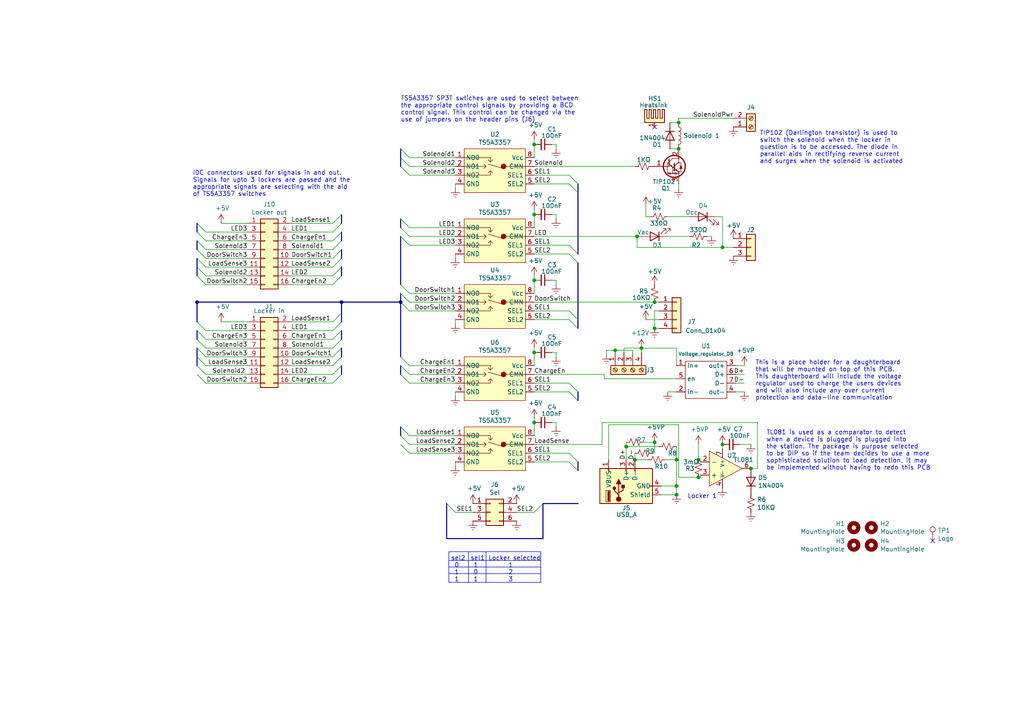
<source format=kicad_sch>
(kicad_sch (version 20200512) (host eeschema "(5.99.0-1662-g9db296991)")
  (page 1 1)
  (paper "A4")
  (title_block (title "Locker DaughterBoard") (date "2020-05-18") (rev "4.0") (company "SlugCharge") (comment 1 "Designer: Aditya Sehgal"))
  (lib_symbols
    (symbol "Connector:Screw_Terminal_01x02" (pin_names hide)
      (property "Reference" "J" (at 0 2.54 0))
      (property "Value" "Screw_Terminal_01x02" (at 0 -5.08 0))
      (symbol "Screw_Terminal_01x02_1_1"
        (pin passive line (at -5.08 0 0) (length 3.81) (name "Pin_1") (number "1"))
        (pin passive line (at -5.08 -2.54 0) (length 3.81) (name "Pin_2") (number "2"))
      )
    )
    (symbol "Connector:Screw_Terminal_01x04" (pin_names hide)
      (property "Reference" "J" (at 0 5.08 0))
      (property "Value" "Screw_Terminal_01x04" (at 0 -7.62 0))
      (symbol "Screw_Terminal_01x04_1_1"
        (pin passive line (at -5.08 2.54 0) (length 3.81) (name "Pin_1") (number "1"))
        (pin passive line (at -5.08 0 0) (length 3.81) (name "Pin_2") (number "2"))
        (pin passive line (at -5.08 -2.54 0) (length 3.81) (name "Pin_3") (number "3"))
        (pin passive line (at -5.08 -5.08 0) (length 3.81) (name "Pin_4") (number "4"))
      )
    )
    (symbol "Connector:TestPoint" (pin_numbers hide) (pin_names (offset 0.762) hide)
      (property "Reference" "TP" (at 0 6.858 0))
      (property "Value" "TestPoint" (at 0 5.08 0))
      (symbol "TestPoint_1_1"
        (pin passive line (at 0 0 90) (length 2.54) (name "1") (number "1"))
      )
    )
    (symbol "Connector:USB_A"
      (property "Reference" "J" (at -5.08 11.43 0))
      (property "Value" "USB_A" (at -5.08 8.89 0))
      (symbol "USB_A_1_1"
        (pin power_in line (at 7.62 5.08 180) (length 2.54) (name "VBUS") (number "1"))
        (pin passive line (at 7.62 -2.54 180) (length 2.54) (name "D-") (number "2"))
        (pin passive line (at 7.62 0 180) (length 2.54) (name "D+") (number "3"))
        (pin power_in line (at 0 -10.16 90) (length 2.54) (name "GND") (number "4"))
        (pin passive line (at -2.54 -10.16 90) (length 2.54) (name "Shield") (number "5"))
      )
    )
    (symbol "Connector_Generic:Conn_01x03" (pin_names hide)
      (property "Reference" "J" (at 0 5.08 0))
      (property "Value" "Conn_01x03" (at 0 -5.08 0))
      (symbol "Conn_01x03_1_1"
        (pin passive line (at -5.08 2.54 0) (length 3.81) (name "Pin_1") (number "1"))
        (pin passive line (at -5.08 0 0) (length 3.81) (name "Pin_2") (number "2"))
        (pin passive line (at -5.08 -2.54 0) (length 3.81) (name "Pin_3") (number "3"))
      )
    )
    (symbol "Connector_Generic:Conn_01x04" (pin_names hide)
      (property "Reference" "J" (at 0 5.08 0))
      (property "Value" "Conn_01x04" (at 0 -7.62 0))
      (symbol "Conn_01x04_1_1"
        (pin passive line (at -5.08 2.54 0) (length 3.81) (name "Pin_1") (number "1"))
        (pin passive line (at -5.08 0 0) (length 3.81) (name "Pin_2") (number "2"))
        (pin passive line (at -5.08 -2.54 0) (length 3.81) (name "Pin_3") (number "3"))
        (pin passive line (at -5.08 -5.08 0) (length 3.81) (name "Pin_4") (number "4"))
      )
    )
    (symbol "Connector_Generic:Conn_02x03_Odd_Even" (pin_names hide)
      (property "Reference" "J" (at 1.27 5.08 0))
      (property "Value" "Conn_02x03_Odd_Even" (at 1.27 -5.08 0))
      (symbol "Conn_02x03_Odd_Even_1_1"
        (pin passive line (at -5.08 2.54 0) (length 3.81) (name "Pin_1") (number "1"))
        (pin passive line (at 7.62 2.54 180) (length 3.81) (name "Pin_2") (number "2"))
        (pin passive line (at -5.08 0 0) (length 3.81) (name "Pin_3") (number "3"))
        (pin passive line (at 7.62 0 180) (length 3.81) (name "Pin_4") (number "4"))
        (pin passive line (at -5.08 -2.54 0) (length 3.81) (name "Pin_5") (number "5"))
        (pin passive line (at 7.62 -2.54 180) (length 3.81) (name "Pin_6") (number "6"))
      )
    )
    (symbol "Connector_Generic:Conn_02x08_Odd_Even" (pin_names hide)
      (property "Reference" "J" (at 1.27 10.16 0))
      (property "Value" "Conn_02x08_Odd_Even" (at 1.27 -12.7 0))
      (symbol "Conn_02x08_Odd_Even_1_1"
        (pin passive line (at -5.08 7.62 0) (length 3.81) (name "Pin_1") (number "1"))
        (pin passive line (at 7.62 -2.54 180) (length 3.81) (name "Pin_10") (number "10"))
        (pin passive line (at -5.08 -5.08 0) (length 3.81) (name "Pin_11") (number "11"))
        (pin passive line (at 7.62 -5.08 180) (length 3.81) (name "Pin_12") (number "12"))
        (pin passive line (at -5.08 -7.62 0) (length 3.81) (name "Pin_13") (number "13"))
        (pin passive line (at 7.62 -7.62 180) (length 3.81) (name "Pin_14") (number "14"))
        (pin passive line (at -5.08 -10.16 0) (length 3.81) (name "Pin_15") (number "15"))
        (pin passive line (at 7.62 -10.16 180) (length 3.81) (name "Pin_16") (number "16"))
        (pin passive line (at 7.62 7.62 180) (length 3.81) (name "Pin_2") (number "2"))
        (pin passive line (at -5.08 5.08 0) (length 3.81) (name "Pin_3") (number "3"))
        (pin passive line (at 7.62 5.08 180) (length 3.81) (name "Pin_4") (number "4"))
        (pin passive line (at -5.08 2.54 0) (length 3.81) (name "Pin_5") (number "5"))
        (pin passive line (at 7.62 2.54 180) (length 3.81) (name "Pin_6") (number "6"))
        (pin passive line (at -5.08 0 0) (length 3.81) (name "Pin_7") (number "7"))
        (pin passive line (at 7.62 0 180) (length 3.81) (name "Pin_8") (number "8"))
        (pin passive line (at -5.08 -2.54 0) (length 3.81) (name "Pin_9") (number "9"))
      )
    )
    (symbol "Custom_Symbols:TL081"
      (property "Reference" "U" (at -12.065 12.065 0))
      (property "Value" "TL081" (at -12.065 12.065 0))
      (symbol "TL081_1_1"
        (pin input line (at -2.54 5.715 0) (length 2.54) (name "-") (number "2"))
        (pin input line (at -2.54 1.905 0) (length 2.54) (name "+") (number "3"))
        (pin input line (at 3.81 -1.905 90) (length 2.54) (name "V-") (number "4"))
        (pin input line (at 12.065 3.81 180) (length 2.54) (name "~") (number "6"))
        (pin input line (at 3.81 9.525 270) (length 2.54) (name "V+") (number "7"))
      )
    )
    (symbol "Custom_Symbols:TS5A3357"
      (property "Reference" "U" (at 8.89 11.43 0))
      (property "Value" "TS5A3357" (at 8.89 13.335 0))
      (symbol "TS5A3357_1_1"
        (pin bidirectional line (at -2.54 10.16 0) (length 2.54) (name "NO0") (number "1"))
        (pin bidirectional line (at -2.54 7.62 0) (length 2.54) (name "NO1") (number "2"))
        (pin bidirectional line (at -2.54 5.08 0) (length 2.54) (name "NO2") (number "3"))
        (pin passive line (at -2.54 2.54 0) (length 2.54) (name "GND") (number "4"))
        (pin input line (at 20.32 2.54 180) (length 2.54) (name "SEL2") (number "5"))
        (pin input line (at 20.32 5.08 180) (length 2.54) (name "SEL1") (number "6"))
        (pin bidirectional line (at 20.32 7.62 180) (length 2.54) (name "CMN") (number "7"))
        (pin passive line (at 20.32 10.16 180) (length 2.54) (name "Vcc") (number "8"))
      )
    )
    (symbol "Custom_Symbols_new:Voltage_regulator_DB"
      (property "Reference" "U" (at 5.08 5.08 0))
      (property "Value" "Voltage_regulator_DB" (at 6.35 11.43 0))
      (symbol "Voltage_regulator_DB_1_1"
        (pin power_in line (at -2.54 9.525 0) (length 2.54) (name "in+") (number "1"))
        (pin power_in line (at -2.54 1.905 0) (length 2.54) (name "in-") (number "2"))
        (pin power_in line (at 14.605 9.525 180) (length 2.54) (name "out+") (number "3"))
        (pin power_in line (at 14.605 1.905 180) (length 2.54) (name "out-") (number "4"))
        (pin input line (at -2.54 5.715 0) (length 2.54) (name "en") (number "5"))
        (pin input line (at 14.605 6.985 180) (length 2.54) (name "D+") (number "6"))
        (pin input line (at 14.605 4.445 180) (length 2.54) (name "D-") (number "7"))
      )
    )
    (symbol "Device:C_Small" (pin_numbers hide) (pin_names (offset 0.254) hide)
      (property "Reference" "C" (at 0.254 1.778 0))
      (property "Value" "C_Small" (at 0.254 -2.032 0))
      (symbol "C_Small_1_1"
        (pin passive line (at 0 2.54 270) (length 2.032) (name "~") (number "1"))
        (pin passive line (at 0 -2.54 90) (length 2.032) (name "~") (number "2"))
      )
    )
    (symbol "Device:C_Small_1" (pin_numbers hide) (pin_names (offset 0.254) hide)
      (property "Reference" "C" (at 0.254 1.778 0))
      (property "Value" "C_Small" (at 0.254 -2.032 0))
      (symbol "C_Small_1_1_1"
        (pin passive line (at 0 2.54 270) (length 2.032) (name "~") (number "1"))
        (pin passive line (at 0 -2.54 90) (length 2.032) (name "~") (number "2"))
      )
    )
    (symbol "Device:C_Small_2" (pin_numbers hide) (pin_names (offset 0.254) hide)
      (property "Reference" "C" (at 0.254 1.778 0))
      (property "Value" "C_Small" (at 0.254 -2.032 0))
      (symbol "C_Small_2_1_1"
        (pin passive line (at 0 2.54 270) (length 2.032) (name "~") (number "1"))
        (pin passive line (at 0 -2.54 90) (length 2.032) (name "~") (number "2"))
      )
    )
    (symbol "Device:C_Small_3" (pin_numbers hide) (pin_names (offset 0.254) hide)
      (property "Reference" "C" (at 0.254 1.778 0))
      (property "Value" "C_Small" (at 0.254 -2.032 0))
      (symbol "C_Small_3_1_1"
        (pin passive line (at 0 2.54 270) (length 2.032) (name "~") (number "1"))
        (pin passive line (at 0 -2.54 90) (length 2.032) (name "~") (number "2"))
      )
    )
    (symbol "Device:C_Small_4" (pin_numbers hide) (pin_names (offset 0.254) hide)
      (property "Reference" "C" (at 0.254 1.778 0))
      (property "Value" "C_Small" (at 0.254 -2.032 0))
      (symbol "C_Small_4_1_1"
        (pin passive line (at 0 2.54 270) (length 2.032) (name "~") (number "1"))
        (pin passive line (at 0 -2.54 90) (length 2.032) (name "~") (number "2"))
      )
    )
    (symbol "Device:C_Small_5" (pin_numbers hide) (pin_names (offset 0.254) hide)
      (property "Reference" "C" (at 0.254 1.778 0))
      (property "Value" "C_Small" (at 0.254 -2.032 0))
      (symbol "C_Small_5_1_1"
        (pin passive line (at 0 2.54 270) (length 2.032) (name "~") (number "1"))
        (pin passive line (at 0 -2.54 90) (length 2.032) (name "~") (number "2"))
      )
    )
    (symbol "Device:D" (pin_numbers hide) (pin_names hide)
      (property "Reference" "D" (at 0 2.54 0))
      (property "Value" "D" (at 0 -2.54 0))
      (symbol "D_1_1"
        (pin passive line (at -3.81 0 0) (length 2.54) (name "K") (number "1"))
        (pin passive line (at 3.81 0 180) (length 2.54) (name "A") (number "2"))
      )
    )
    (symbol "Device:L" (pin_numbers hide) (pin_names hide)
      (property "Reference" "L" (at -1.27 0 90))
      (property "Value" "L" (at 1.905 0 90))
      (symbol "L_1_1"
        (pin passive line (at 0 3.81 270) (length 1.27) (name "1") (number "1"))
        (pin passive line (at 0 -3.81 90) (length 1.27) (name "2") (number "2"))
      )
    )
    (symbol "Device:LED" (pin_numbers hide) (pin_names hide)
      (property "Reference" "D" (at 0 2.54 0))
      (property "Value" "LED" (at 0 -2.54 0))
      (symbol "LED_1_1"
        (pin passive line (at -3.81 0 0) (length 2.54) (name "K") (number "1"))
        (pin passive line (at 3.81 0 180) (length 2.54) (name "A") (number "2"))
      )
    )
    (symbol "Device:LED_1" (pin_numbers hide) (pin_names hide)
      (property "Reference" "D" (at 0 2.54 0))
      (property "Value" "LED" (at 0 -2.54 0))
      (symbol "LED_1_1_1"
        (pin passive line (at -3.81 0 0) (length 2.54) (name "K") (number "1"))
        (pin passive line (at 3.81 0 180) (length 2.54) (name "A") (number "2"))
      )
    )
    (symbol "Device:R_Small_US" (pin_numbers hide) (pin_names (offset 0.254) hide)
      (property "Reference" "R" (at 0.762 0.508 0))
      (property "Value" "R_Small_US" (at 0.762 -1.016 0))
      (symbol "R_Small_US_1_1"
        (pin passive line (at 0 2.54 270) (length 1.016) (name "~") (number "1"))
        (pin passive line (at 0 -2.54 90) (length 1.016) (name "~") (number "2"))
      )
    )
    (symbol "Device:R_Small_US_1" (pin_numbers hide) (pin_names (offset 0.254) hide)
      (property "Reference" "R" (at 0.762 0.508 0))
      (property "Value" "R_Small_US" (at 0.762 -1.016 0))
      (symbol "R_Small_US_1_1_1"
        (pin passive line (at 0 2.54 270) (length 1.016) (name "~") (number "1"))
        (pin passive line (at 0 -2.54 90) (length 1.016) (name "~") (number "2"))
      )
    )
    (symbol "Device:R_Small_US_2" (pin_numbers hide) (pin_names (offset 0.254) hide)
      (property "Reference" "R" (at 0.762 0.508 0))
      (property "Value" "R_Small_US" (at 0.762 -1.016 0))
      (symbol "R_Small_US_2_1_1"
        (pin passive line (at 0 2.54 270) (length 1.016) (name "~") (number "1"))
        (pin passive line (at 0 -2.54 90) (length 1.016) (name "~") (number "2"))
      )
    )
    (symbol "Device:R_Small_US_3" (pin_numbers hide) (pin_names (offset 0.254) hide)
      (property "Reference" "R" (at 0.762 0.508 0))
      (property "Value" "R_Small_US" (at 0.762 -1.016 0))
      (symbol "R_Small_US_3_1_1"
        (pin passive line (at 0 2.54 270) (length 1.016) (name "~") (number "1"))
        (pin passive line (at 0 -2.54 90) (length 1.016) (name "~") (number "2"))
      )
    )
    (symbol "Diode:1N4004" (pin_numbers hide) (pin_names hide)
      (property "Reference" "D" (at 0 2.54 0))
      (property "Value" "1N4004" (at 0 -2.54 0))
      (symbol "1N4004_1_1"
        (pin passive line (at -3.81 0 0) (length 2.54) (name "K") (number "1"))
        (pin passive line (at 3.81 0 180) (length 2.54) (name "A") (number "2"))
      )
    )
    (symbol "Mechanical:Heatsink_Pad" (pin_names (offset 0))
      (property "Reference" "HS" (at 0 5.715 0))
      (property "Value" "Heatsink_Pad" (at 0 3.81 0))
      (symbol "Heatsink_Pad_1_1"
        (pin passive line (at 0 -2.54 90) (length 1.27) (name "~") (number "1"))
      )
    )
    (symbol "Mechanical:MountingHole"
      (property "Reference" "H" (at 0 5.08 0))
      (property "Value" "MountingHole" (at 0 3.175 0))
    )
    (symbol "Transistor_BJT:TIP120" (pin_names (offset 0) hide)
      (property "Reference" "Q" (at 5.08 1.905 0))
      (property "Value" "TIP120" (at 5.08 0 0))
      (symbol "TIP120_1_1"
        (pin input line (at -5.08 0 0) (length 3.81) (name "B") (number "1"))
        (pin passive line (at 2.54 5.08 270) (length 2.667) (name "C") (number "2"))
        (pin passive line (at 2.54 -5.08 90) (length 2.54) (name "E") (number "3"))
      )
    )
    (symbol "power:+12V" (power) (pin_names (offset 0))
      (property "Value" "+12V" (at 0 3.556 0))
      (symbol "+12V_1_1"
        (pin power_in line (at 0 0 90) (length 0) (name "+12V") (number "1") hide)
      )
    )
    (symbol "power:+5V" (power) (pin_names (offset 0))
      (property "Value" "+5V" (at 0 3.556 0))
      (symbol "+5V_1_1"
        (pin power_in line (at 0 0 90) (length 0) (name "+5V") (number "1") hide)
      )
    )
    (symbol "power:+5VP" (power) (pin_names (offset 0))
      (property "Value" "+5VP" (at 0 3.556 0))
      (symbol "+5VP_1_1"
        (pin power_in line (at 0 0 90) (length 0) (name "+5VP") (number "1") hide)
      )
    )
    (symbol "power:GNDREF" (power) (pin_names (offset 0))
      (property "Value" "GNDREF" (at 0 -3.81 0))
      (symbol "GNDREF_1_1"
        (pin power_in line (at 0 0 270) (length 0) (name "GNDREF") (number "1") hide)
      )
    )
  )
  (junction (at 154.94 41.91))
  (junction (at 154.94 62.23))
  (junction (at 154.94 81.28))
  (junction (at 154.94 102.235))
  (junction (at 154.94 122.555))
  (junction (at 178.435 101.6))
  (junction (at 181.61 129.54))
  (junction (at 184.15 133.35))
  (junction (at 184.785 68.58))
  (junction (at 186.055 100.965))
  (junction (at 189.865 87.63))
  (junction (at 189.865 95.25))
  (junction (at 189.865 128.27))
  (junction (at 196.215 133.35))
  (junction (at 196.215 140.97))
  (junction (at 196.215 143.51))
  (junction (at 196.85 35.56))
  (junction (at 196.85 43.18))
  (junction (at 202.565 133.35))
  (junction (at 202.565 138.43))
  (junction (at 209.55 71.755))
  (junction (at 209.55 128.905))
  (junction (at 217.805 135.89))
  (junction (at 57.15 87.63))
  (junction (at 99.06 87.63))
  (junction (at 116.205 87.63))
  (no_connect (at 270.51 156.845))
  (no_connect (at 189.865 36.83))
  (bus_entry (at 59.69 67.31) (size -2.54 -2.54))
  (bus_entry (at 59.69 69.85) (size -2.54 -2.54))
  (bus_entry (at 59.69 72.39) (size -2.54 -2.54))
  (bus_entry (at 59.69 74.93) (size -2.54 -2.54))
  (bus_entry (at 59.69 77.47) (size -2.54 -2.54))
  (bus_entry (at 59.69 80.01) (size -2.54 -2.54))
  (bus_entry (at 59.69 82.55) (size -2.54 -2.54))
  (bus_entry (at 59.69 95.885) (size -2.54 -2.54))
  (bus_entry (at 59.69 98.425) (size -2.54 -2.54))
  (bus_entry (at 59.69 100.965) (size -2.54 -2.54))
  (bus_entry (at 59.69 103.505) (size -2.54 -2.54))
  (bus_entry (at 59.69 106.045) (size -2.54 -2.54))
  (bus_entry (at 59.69 108.585) (size -2.54 -2.54))
  (bus_entry (at 59.69 111.125) (size -2.54 -2.54))
  (bus_entry (at 96.52 64.77) (size 2.54 -2.54))
  (bus_entry (at 96.52 67.31) (size 2.54 -2.54))
  (bus_entry (at 96.52 69.85) (size 2.54 -2.54))
  (bus_entry (at 96.52 72.39) (size 2.54 -2.54))
  (bus_entry (at 96.52 74.93) (size 2.54 -2.54))
  (bus_entry (at 96.52 77.47) (size 2.54 -2.54))
  (bus_entry (at 96.52 80.01) (size 2.54 -2.54))
  (bus_entry (at 96.52 82.55) (size 2.54 -2.54))
  (bus_entry (at 96.52 93.345) (size 2.54 -2.54))
  (bus_entry (at 96.52 95.885) (size 2.54 -2.54))
  (bus_entry (at 96.52 98.425) (size 2.54 -2.54))
  (bus_entry (at 96.52 100.965) (size 2.54 -2.54))
  (bus_entry (at 96.52 103.505) (size 2.54 -2.54))
  (bus_entry (at 96.52 106.045) (size 2.54 -2.54))
  (bus_entry (at 96.52 108.585) (size 2.54 -2.54))
  (bus_entry (at 96.52 111.125) (size 2.54 -2.54))
  (bus_entry (at 118.745 45.72) (size -2.54 -2.54))
  (bus_entry (at 118.745 48.26) (size -2.54 -2.54))
  (bus_entry (at 118.745 50.8) (size -2.54 -2.54))
  (bus_entry (at 118.745 66.04) (size -2.54 -2.54))
  (bus_entry (at 118.745 68.58) (size -2.54 -2.54))
  (bus_entry (at 118.745 71.12) (size -2.54 -2.54))
  (bus_entry (at 118.745 85.09) (size -2.54 -2.54))
  (bus_entry (at 118.745 87.63) (size -2.54 -2.54))
  (bus_entry (at 118.745 90.17) (size -2.54 -2.54))
  (bus_entry (at 118.745 106.045) (size -2.54 -2.54))
  (bus_entry (at 118.745 108.585) (size -2.54 -2.54))
  (bus_entry (at 118.745 111.125) (size -2.54 -2.54))
  (bus_entry (at 118.745 126.365) (size -2.54 -2.54))
  (bus_entry (at 118.745 128.905) (size -2.54 -2.54))
  (bus_entry (at 118.745 131.445) (size -2.54 -2.54))
  (bus_entry (at 132.08 148.59) (size -2.54 -2.54))
  (bus_entry (at 154.94 148.59) (size 2.54 -2.54))
  (bus_entry (at 165.1 50.8) (size 2.54 2.54))
  (bus_entry (at 165.1 53.34) (size 2.54 2.54))
  (bus_entry (at 165.1 71.12) (size 2.54 2.54))
  (bus_entry (at 165.1 73.66) (size 2.54 2.54))
  (bus_entry (at 165.1 90.17) (size 2.54 2.54))
  (bus_entry (at 165.1 92.71) (size 2.54 2.54))
  (bus_entry (at 165.1 111.125) (size 2.54 2.54))
  (bus_entry (at 165.1 113.665) (size 2.54 2.54))
  (bus_entry (at 165.1 131.445) (size 2.54 2.54))
  (bus_entry (at 165.1 133.985) (size 2.54 2.54))
  (wire (pts (xy 59.69 69.85) (xy 71.755 69.85)))
  (wire (pts (xy 59.69 72.39) (xy 71.755 72.39)))
  (wire (pts (xy 59.69 74.93) (xy 71.755 74.93)))
  (wire (pts (xy 59.69 77.47) (xy 71.755 77.47)))
  (wire (pts (xy 59.69 80.01) (xy 71.755 80.01)))
  (wire (pts (xy 59.69 82.55) (xy 71.755 82.55)))
  (wire (pts (xy 59.69 98.425) (xy 71.755 98.425)))
  (wire (pts (xy 59.69 100.965) (xy 71.755 100.965)))
  (wire (pts (xy 59.69 103.505) (xy 71.755 103.505)))
  (wire (pts (xy 59.69 106.045) (xy 71.755 106.045)))
  (wire (pts (xy 59.69 108.585) (xy 71.755 108.585)))
  (wire (pts (xy 59.69 111.125) (xy 71.755 111.125)))
  (wire (pts (xy 64.135 64.77) (xy 71.755 64.77)))
  (wire (pts (xy 64.135 93.345) (xy 71.755 93.345)))
  (wire (pts (xy 71.755 67.31) (xy 59.69 67.31)))
  (wire (pts (xy 71.755 95.885) (xy 59.69 95.885)))
  (wire (pts (xy 84.455 64.77) (xy 96.52 64.77)))
  (wire (pts (xy 84.455 67.31) (xy 96.52 67.31)))
  (wire (pts (xy 84.455 69.85) (xy 96.52 69.85)))
  (wire (pts (xy 84.455 72.39) (xy 96.52 72.39)))
  (wire (pts (xy 84.455 74.93) (xy 96.52 74.93)))
  (wire (pts (xy 84.455 77.47) (xy 96.52 77.47)))
  (wire (pts (xy 84.455 80.01) (xy 96.52 80.01)))
  (wire (pts (xy 84.455 82.55) (xy 96.52 82.55)))
  (wire (pts (xy 84.455 93.345) (xy 96.52 93.345)))
  (wire (pts (xy 84.455 95.885) (xy 96.52 95.885)))
  (wire (pts (xy 84.455 98.425) (xy 96.52 98.425)))
  (wire (pts (xy 84.455 100.965) (xy 96.52 100.965)))
  (wire (pts (xy 84.455 103.505) (xy 96.52 103.505)))
  (wire (pts (xy 84.455 106.045) (xy 96.52 106.045)))
  (wire (pts (xy 84.455 108.585) (xy 96.52 108.585)))
  (wire (pts (xy 84.455 111.125) (xy 96.52 111.125)))
  (wire (pts (xy 118.745 45.72) (xy 132.08 45.72)))
  (wire (pts (xy 118.745 48.26) (xy 132.08 48.26)))
  (wire (pts (xy 118.745 50.8) (xy 132.08 50.8)))
  (wire (pts (xy 118.745 66.04) (xy 132.08 66.04)))
  (wire (pts (xy 118.745 68.58) (xy 132.08 68.58)))
  (wire (pts (xy 118.745 71.12) (xy 132.08 71.12)))
  (wire (pts (xy 118.745 85.09) (xy 132.08 85.09)))
  (wire (pts (xy 118.745 87.63) (xy 132.08 87.63)))
  (wire (pts (xy 118.745 90.17) (xy 132.08 90.17)))
  (wire (pts (xy 118.745 106.045) (xy 132.08 106.045)))
  (wire (pts (xy 118.745 108.585) (xy 132.08 108.585)))
  (wire (pts (xy 118.745 111.125) (xy 132.08 111.125)))
  (wire (pts (xy 118.745 126.365) (xy 132.08 126.365)))
  (wire (pts (xy 118.745 128.905) (xy 132.08 128.905)))
  (wire (pts (xy 118.745 131.445) (xy 132.08 131.445)))
  (wire (pts (xy 132.08 53.34) (xy 132.08 54.61)))
  (wire (pts (xy 132.08 73.66) (xy 132.08 74.93)))
  (wire (pts (xy 132.08 92.71) (xy 132.08 93.98)))
  (wire (pts (xy 132.08 113.665) (xy 132.08 114.935)))
  (wire (pts (xy 132.08 133.985) (xy 132.08 135.255)))
  (wire (pts (xy 132.08 148.59) (xy 137.16 148.59)))
  (wire (pts (xy 149.86 148.59) (xy 154.94 148.59)))
  (wire (pts (xy 154.94 40.64) (xy 154.94 41.91)))
  (wire (pts (xy 154.94 41.91) (xy 154.94 45.72)))
  (wire (pts (xy 154.94 48.26) (xy 184.15 48.26)))
  (wire (pts (xy 154.94 50.8) (xy 165.1 50.8)))
  (wire (pts (xy 154.94 53.34) (xy 165.1 53.34)))
  (wire (pts (xy 154.94 60.96) (xy 154.94 62.23)))
  (wire (pts (xy 154.94 62.23) (xy 154.94 66.04)))
  (wire (pts (xy 154.94 68.58) (xy 184.785 68.58)))
  (wire (pts (xy 154.94 71.12) (xy 165.1 71.12)))
  (wire (pts (xy 154.94 73.66) (xy 165.1 73.66)))
  (wire (pts (xy 154.94 80.01) (xy 154.94 81.28)))
  (wire (pts (xy 154.94 81.28) (xy 154.94 85.09)))
  (wire (pts (xy 154.94 87.63) (xy 189.865 87.63)))
  (wire (pts (xy 154.94 90.17) (xy 165.1 90.17)))
  (wire (pts (xy 154.94 92.71) (xy 165.1 92.71)))
  (wire (pts (xy 154.94 100.965) (xy 154.94 102.235)))
  (wire (pts (xy 154.94 102.235) (xy 154.94 106.045)))
  (wire (pts (xy 154.94 108.585) (xy 175.26 108.585)))
  (wire (pts (xy 154.94 111.125) (xy 165.1 111.125)))
  (wire (pts (xy 154.94 113.665) (xy 165.1 113.665)))
  (wire (pts (xy 154.94 121.285) (xy 154.94 122.555)))
  (wire (pts (xy 154.94 122.555) (xy 154.94 126.365)))
  (wire (pts (xy 154.94 128.905) (xy 174.625 128.905)))
  (wire (pts (xy 154.94 131.445) (xy 165.1 131.445)))
  (wire (pts (xy 154.94 133.985) (xy 165.1 133.985)))
  (wire (pts (xy 160.02 41.91) (xy 161.29 41.91)))
  (wire (pts (xy 160.02 62.23) (xy 161.29 62.23)))
  (wire (pts (xy 160.02 81.28) (xy 161.29 81.28)))
  (wire (pts (xy 160.02 102.235) (xy 161.29 102.235)))
  (wire (pts (xy 161.29 41.91) (xy 161.29 43.18)))
  (wire (pts (xy 161.29 62.23) (xy 161.29 63.5)))
  (wire (pts (xy 161.29 81.28) (xy 161.29 82.55)))
  (wire (pts (xy 161.29 102.235) (xy 161.29 103.505)))
  (wire (pts (xy 161.29 122.555) (xy 160.02 122.555)))
  (wire (pts (xy 161.29 123.825) (xy 161.29 122.555)))
  (wire (pts (xy 174.625 122.555) (xy 174.625 128.905)))
  (wire (pts (xy 175.26 108.585) (xy 175.26 109.855)))
  (wire (pts (xy 175.26 109.855) (xy 196.215 109.855)))
  (wire (pts (xy 175.895 101.6) (xy 178.435 101.6)))
  (wire (pts (xy 175.895 102.87) (xy 175.895 101.6)))
  (wire (pts (xy 176.53 123.19) (xy 176.53 133.35)))
  (wire (pts (xy 178.435 101.6) (xy 178.435 102.235)))
  (wire (pts (xy 178.435 101.6) (xy 183.515 101.6)))
  (wire (pts (xy 180.975 100.965) (xy 186.055 100.965)))
  (wire (pts (xy 180.975 102.235) (xy 180.975 100.965)))
  (wire (pts (xy 181.61 128.27) (xy 181.61 129.54)))
  (wire (pts (xy 181.61 129.54) (xy 181.61 133.35)))
  (wire (pts (xy 181.61 129.54) (xy 191.135 129.54)))
  (wire (pts (xy 183.515 101.6) (xy 183.515 102.235)))
  (wire (pts (xy 184.15 131.445) (xy 184.15 133.35)))
  (wire (pts (xy 184.15 133.35) (xy 187.96 133.35)))
  (wire (pts (xy 184.785 68.58) (xy 184.785 71.755)))
  (wire (pts (xy 184.785 68.58) (xy 186.055 68.58)))
  (wire (pts (xy 184.785 71.755) (xy 209.55 71.755)))
  (wire (pts (xy 186.055 100.965) (xy 186.055 102.235)))
  (wire (pts (xy 186.055 100.965) (xy 196.215 100.965)))
  (wire (pts (xy 186.69 128.27) (xy 189.865 128.27)))
  (wire (pts (xy 187.325 59.69) (xy 187.325 62.865)))
  (wire (pts (xy 188.595 62.865) (xy 187.325 62.865)))
  (wire (pts (xy 189.865 87.63) (xy 191.135 87.63)))
  (wire (pts (xy 189.865 90.17) (xy 189.865 95.25)))
  (wire (pts (xy 189.865 128.27) (xy 189.865 131.445)))
  (wire (pts (xy 189.865 131.445) (xy 189.23 131.445)))
  (wire (pts (xy 191.135 90.17) (xy 189.865 90.17)))
  (wire (pts (xy 191.135 92.71) (xy 187.325 92.71)))
  (wire (pts (xy 191.135 95.25) (xy 189.865 95.25)))
  (wire (pts (xy 191.77 140.97) (xy 196.215 140.97)))
  (wire (pts (xy 193.04 133.35) (xy 196.215 133.35)))
  (wire (pts (xy 193.675 68.58) (xy 200.025 68.58)))
  (wire (pts (xy 193.675 113.665) (xy 196.215 113.665)))
  (wire (pts (xy 194.31 35.56) (xy 196.85 35.56)))
  (wire (pts (xy 196.215 100.965) (xy 196.215 106.045)))
  (wire (pts (xy 196.215 129.54) (xy 196.215 133.35)))
  (wire (pts (xy 196.215 133.35) (xy 196.215 140.97)))
  (wire (pts (xy 196.215 140.97) (xy 196.215 143.51)))
  (wire (pts (xy 196.215 143.51) (xy 191.77 143.51)))
  (wire (pts (xy 196.85 34.29) (xy 196.85 35.56)))
  (wire (pts (xy 196.85 34.29) (xy 212.725 34.29)))
  (wire (pts (xy 196.85 43.18) (xy 194.31 43.18)))
  (wire (pts (xy 196.85 53.34) (xy 196.85 54.61)))
  (wire (pts (xy 196.85 123.19) (xy 176.53 123.19)))
  (wire (pts (xy 196.85 138.43) (xy 196.85 123.19)))
  (wire (pts (xy 200.025 62.865) (xy 193.675 62.865)))
  (wire (pts (xy 202.565 128.905) (xy 202.565 133.35)))
  (wire (pts (xy 202.565 138.43) (xy 196.85 138.43)))
  (wire (pts (xy 203.2 133.35) (xy 202.565 133.35)))
  (wire (pts (xy 203.2 133.985) (xy 203.2 133.35)))
  (wire (pts (xy 203.2 137.795) (xy 203.2 138.43)))
  (wire (pts (xy 203.2 138.43) (xy 202.565 138.43)))
  (wire (pts (xy 205.105 68.58) (xy 206.375 68.58)))
  (wire (pts (xy 207.645 62.865) (xy 209.55 62.865)))
  (wire (pts (xy 209.55 62.865) (xy 209.55 71.755)))
  (wire (pts (xy 209.55 71.755) (xy 212.725 71.755)))
  (wire (pts (xy 209.55 128.905) (xy 209.55 130.175)))
  (wire (pts (xy 215.9 106.045) (xy 213.36 106.045)))
  (wire (pts (xy 215.9 108.585) (xy 213.36 108.585)))
  (wire (pts (xy 215.9 111.125) (xy 213.36 111.125)))
  (wire (pts (xy 215.9 113.665) (xy 213.36 113.665)))
  (wire (pts (xy 217.805 128.905) (xy 214.63 128.905)))
  (wire (pts (xy 219.71 122.555) (xy 174.625 122.555)))
  (wire (pts (xy 219.71 122.555) (xy 219.71 135.89)))
  (wire (pts (xy 219.71 135.89) (xy 217.805 135.89)))
  (bus (pts (xy 57.15 64.77) (xy 57.15 69.85)))
  (bus (pts (xy 57.15 69.85) (xy 57.15 74.93)))
  (bus (pts (xy 57.15 74.93) (xy 57.15 77.47)))
  (bus (pts (xy 57.15 77.47) (xy 57.15 87.63)))
  (bus (pts (xy 57.15 87.63) (xy 57.15 95.885)))
  (bus (pts (xy 57.15 87.63) (xy 99.06 87.63)))
  (bus (pts (xy 57.15 95.885) (xy 57.15 100.965)))
  (bus (pts (xy 57.15 100.965) (xy 57.15 103.505)))
  (bus (pts (xy 57.15 103.505) (xy 57.15 108.585)))
  (bus (pts (xy 99.06 62.23) (xy 99.06 67.31)))
  (bus (pts (xy 99.06 67.31) (xy 99.06 72.39)))
  (bus (pts (xy 99.06 72.39) (xy 99.06 77.47)))
  (bus (pts (xy 99.06 77.47) (xy 99.06 87.63)))
  (bus (pts (xy 99.06 87.63) (xy 99.06 90.805)))
  (bus (pts (xy 99.06 87.63) (xy 116.205 87.63)))
  (bus (pts (xy 99.06 90.805) (xy 99.06 95.885)))
  (bus (pts (xy 99.06 95.885) (xy 99.06 100.965)))
  (bus (pts (xy 99.06 100.965) (xy 99.06 106.045)))
  (bus (pts (xy 99.06 106.045) (xy 99.06 108.585)))
  (bus (pts (xy 116.205 43.18) (xy 116.205 45.72)))
  (bus (pts (xy 116.205 45.72) (xy 116.205 63.5)))
  (bus (pts (xy 116.205 63.5) (xy 116.205 68.58)))
  (bus (pts (xy 116.205 68.58) (xy 116.205 85.09)))
  (bus (pts (xy 116.205 85.09) (xy 116.205 87.63)))
  (bus (pts (xy 116.205 87.63) (xy 116.205 106.045)))
  (bus (pts (xy 116.205 106.045) (xy 116.205 123.825)))
  (bus (pts (xy 116.205 123.825) (xy 116.205 128.905)))
  (bus (pts (xy 129.54 146.05) (xy 129.54 156.21)))
  (bus (pts (xy 129.54 156.21) (xy 157.48 156.21)))
  (bus (pts (xy 157.48 146.05) (xy 167.64 146.05)))
  (bus (pts (xy 157.48 156.21) (xy 157.48 146.05)))
  (bus (pts (xy 167.64 53.34) (xy 167.64 55.88)))
  (bus (pts (xy 167.64 55.88) (xy 167.64 76.2)))
  (bus (pts (xy 167.64 76.2) (xy 167.64 92.71)))
  (bus (pts (xy 167.64 92.71) (xy 167.64 113.665)))
  (bus (pts (xy 167.64 113.665) (xy 167.64 133.985)))
  (bus (pts (xy 167.64 133.985) (xy 167.64 146.05)))
  (polyline (pts (xy 130.175 160.02) (xy 130.175 168.91)))
  (polyline (pts (xy 130.175 160.02) (xy 156.845 160.02)))
  (polyline (pts (xy 130.175 162.56) (xy 156.845 162.56)))
  (polyline (pts (xy 130.175 164.465) (xy 156.845 164.465)))
  (polyline (pts (xy 130.175 166.37) (xy 156.845 166.37)))
  (polyline (pts (xy 130.175 168.91) (xy 156.845 168.91)))
  (polyline (pts (xy 135.89 160.02) (xy 135.89 168.91)))
  (polyline (pts (xy 140.97 160.02) (xy 140.97 168.91)))
  (polyline (pts (xy 156.845 160.02) (xy 156.845 168.91)))
  (text "IDC connectors used for signals in and out.\nSignals for upto 3 lockers are passed and the \nappropriate signals are selecting with the aid \nof TS5A3357 switches" (at 55.88 57.15 0) (effects (font (size 1.27 1.27)) (justify left bottom)))
  (text "TS5A3357 SP3T swtiches are used to select between \nthe appropriate control signals by providing a BCD \ncontrol signal. This control can be changed via the \nuse of jumpers on the header pins (J6)" (at 116.205 35.56 0) (effects (font (size 1.27 1.27)) (justify left bottom)))
  (text "sel2\n 0   \n 1   \n 1   " (at 130.81 168.91 0) (effects (font (size 1.27 1.27)) (justify left bottom)))
  (text "Locker selected\n      1\n      2\n      3 " (at 141.605 168.91 0) (effects (font (size 1.27 1.27)) (justify left bottom)))
  (text "sel1 \n   1   \n   0   \n   1   " (at 141.605 168.91 180) (effects (font (size 1.27 1.27)) (justify right bottom)))
  (text "Locker 1" (at 199.39 144.78 0) (effects (font (size 1.27 1.27)) (justify left bottom)))
  (text "This is a place holder for a daughterboard\nthat will be mounted on top of this PCB.\nThis daughterboard will include the voltage\nregulator used to charge the users devices \nand will also include any over current\nprotection and data-line communication" (at 219.075 116.205 0) (effects (font (size 1.27 1.27)) (justify left bottom)))
  (text "TIP102 (Darlington transistor) is used to \nswitch the solenoid when the locker in \nquestion is to be accessed. The diode in\nparallel aids in rectifying reverse current\nand surges when the solenoid is activated" (at 220.345 47.625 0) (effects (font (size 1.27 1.27)) (justify left bottom)))
  (text "TL081 is used as a comparator to detect \nwhen a device is plugged is plugged into\nthe station. The package is purpose selected \nto be DIP so if the team decides to use a more\nsophisticated solution to load detection, it may\nbe implemented without having to redo this PCB" (at 222.25 136.525 0) (effects (font (size 1.27 1.27)) (justify left bottom)))
  (label "Solenoid2" (at 71.12 108.585 180))
  (label "LED3" (at 71.755 67.31 180))
  (label "ChargeEn3" (at 71.755 69.85 180))
  (label "Solenoid3" (at 71.755 72.39 180))
  (label "DoorSwitch3" (at 71.755 74.93 180))
  (label "LoadSense3" (at 71.755 77.47 180))
  (label "Solenoid2" (at 71.755 80.01 180))
  (label "DoorSwitch2" (at 71.755 82.55 180))
  (label "LED3" (at 71.755 95.885 180))
  (label "ChargeEn3" (at 71.755 98.425 180))
  (label "Solenoid3" (at 71.755 100.965 180))
  (label "DoorSwitch3" (at 71.755 103.505 180))
  (label "LoadSense3" (at 71.755 106.045 180))
  (label "DoorSwitch2" (at 71.755 111.125 180))
  (label "LoadSense1" (at 84.455 64.77 0))
  (label "LED1" (at 84.455 67.31 0))
  (label "ChargeEn1" (at 84.455 69.85 0))
  (label "Solenoid1" (at 84.455 72.39 0))
  (label "DoorSwitch1" (at 84.455 74.93 0))
  (label "LoadSense2" (at 84.455 77.47 0))
  (label "LED2" (at 84.455 80.01 0))
  (label "ChargeEn2" (at 84.455 82.55 0))
  (label "LoadSense1" (at 84.455 93.345 0))
  (label "LED1" (at 84.455 95.885 0))
  (label "ChargeEn1" (at 84.455 98.425 0))
  (label "Solenoid1" (at 84.455 100.965 0))
  (label "DoorSwitch1" (at 84.455 103.505 0))
  (label "LoadSense2" (at 84.455 106.045 0))
  (label "LED2" (at 84.455 108.585 0))
  (label "ChargeEn2" (at 84.455 111.125 0))
  (label "Solenoid1" (at 132.08 45.72 180))
  (label "Solenoid2" (at 132.08 48.26 180))
  (label "Solenoid3" (at 132.08 50.8 180))
  (label "LED1" (at 132.08 66.04 180))
  (label "LED2" (at 132.08 68.58 180))
  (label "LED3" (at 132.08 71.12 180))
  (label "DoorSwitch1" (at 132.08 85.09 180))
  (label "DoorSwitch2" (at 132.08 87.63 180))
  (label "DoorSwitch3" (at 132.08 90.17 180))
  (label "ChargeEn1" (at 132.08 106.045 180))
  (label "ChargeEn2" (at 132.08 108.585 180))
  (label "ChargeEn3" (at 132.08 111.125 180))
  (label "LoadSense1" (at 132.08 126.365 180))
  (label "LoadSense2" (at 132.08 128.905 180))
  (label "LoadSense3" (at 132.08 131.445 180))
  (label "SEL1" (at 137.16 148.59 180))
  (label "SEL2" (at 149.86 148.59 0))
  (label "Solenoid" (at 154.94 48.26 0))
  (label "SEL1" (at 154.94 50.8 0))
  (label "SEL2" (at 154.94 53.34 0))
  (label "LED" (at 154.94 68.58 0))
  (label "SEL1" (at 154.94 71.12 0))
  (label "SEL2" (at 154.94 73.66 0))
  (label "DoorSwitch" (at 154.94 87.63 0))
  (label "SEL1" (at 154.94 90.17 0))
  (label "SEL2" (at 154.94 92.71 0))
  (label "ChargeEn" (at 154.94 108.585 0))
  (label "SEL1" (at 154.94 111.125 0))
  (label "SEL2" (at 154.94 113.665 0))
  (label "LoadSense" (at 154.94 128.905 0))
  (label "SEL1" (at 154.94 131.445 0))
  (label "SEL2" (at 154.94 133.985 0))
  (label "D+" (at 181.61 133.35 90))
  (label "D-" (at 184.15 133.35 90))
  (label "SolenoidPwr" (at 212.725 34.29 180))
  (label "D+" (at 215.9 108.585 180))
  (label "D-" (at 215.9 111.125 180))
  (symbol (lib_id "Connector:TestPoint") (at 270.51 156.845 0) (unit 1)
    (property "Reference" "TP1" (at 271.9832 153.8478 0) (effects (justify left)))
    (property "Value" "Logo" (at 271.9832 156.1592 0) (effects (justify left)))
    (property "Footprint" "SDP_non-standard:logoinv" (effects hide))
  )
  (symbol (lib_id "power:+5V") (at 64.135 64.77 0) (unit 1)
    (property "Reference" "#PWR0130" (effects hide))
    (property "Value" "+5V" (at 64.516 60.3758 0))
  )
  (symbol (lib_id "power:+5V") (at 64.135 93.345 0) (unit 1)
    (property "Reference" "#PWR0114" (effects hide))
    (property "Value" "+5V" (at 64.516 88.9508 0))
  )
  (symbol (lib_id "power:+5V") (at 137.16 146.05 0) (unit 1)
    (property "Reference" "#PWR0126" (effects hide))
    (property "Value" "+5V" (at 137.541 141.6558 0))
  )
  (symbol (lib_id "power:+5V") (at 149.86 146.05 0) (unit 1)
    (property "Reference" "#PWR0127" (effects hide))
    (property "Value" "+5V" (at 150.241 141.6558 0))
  )
  (symbol (lib_id "power:+5V") (at 154.94 40.64 0) (unit 1)
    (property "Reference" "#PWR0107" (effects hide))
    (property "Value" "+5V" (at 155.321 36.2458 0))
  )
  (symbol (lib_id "power:+5V") (at 154.94 60.96 0) (unit 1)
    (property "Reference" "#PWR0110" (effects hide))
    (property "Value" "+5V" (at 155.321 56.5658 0))
  )
  (symbol (lib_id "power:+5V") (at 154.94 80.01 0) (unit 1)
    (property "Reference" "#PWR0117" (effects hide))
    (property "Value" "+5V" (at 155.321 75.6158 0))
  )
  (symbol (lib_id "power:+5V") (at 154.94 100.965 0) (unit 1)
    (property "Reference" "#PWR0123" (effects hide))
    (property "Value" "+5V" (at 155.321 96.5708 0))
  )
  (symbol (lib_id "power:+5V") (at 154.94 121.285 0) (unit 1)
    (property "Reference" "#PWR0120" (effects hide))
    (property "Value" "+5V" (at 155.321 116.8908 0))
  )
  (symbol (lib_id "power:+12V") (at 186.055 100.965 0) (mirror y) (unit 1)
    (property "Reference" "#PWR017" (effects hide))
    (property "Value" "+12V" (at 185.674 96.5708 0))
  )
  (symbol (lib_id "power:+5V") (at 187.325 59.69 0) (unit 1)
    (property "Reference" "#PWR013" (effects hide))
    (property "Value" "+5V" (at 189.865 58.42 0))
  )
  (symbol (lib_id "power:+5V") (at 187.325 92.71 0) (unit 1)
    (property "Reference" "#PWR0111" (effects hide))
    (property "Value" "+5V" (at 187.325 88.9 0))
  )
  (symbol (lib_id "power:+5V") (at 189.865 82.55 0) (unit 1)
    (property "Reference" "#PWR019" (effects hide))
    (property "Value" "+5V" (at 189.865 78.74 0))
  )
  (symbol (lib_id "power:+5VP") (at 189.865 128.27 0) (unit 1)
    (property "Reference" "#PWR0112" (effects hide))
    (property "Value" "+5VP" (at 190.246 123.8758 0))
  )
  (symbol (lib_id "power:+5VP") (at 202.565 128.905 0) (unit 1)
    (property "Reference" "#PWR08" (effects hide))
    (property "Value" "+5VP" (at 202.946 124.5108 0))
  )
  (symbol (lib_id "power:+5V") (at 209.55 128.905 0) (unit 1)
    (property "Reference" "#PWR05" (effects hide))
    (property "Value" "+5V" (at 209.931 124.5108 0))
  )
  (symbol (lib_id "power:+5V") (at 212.725 69.215 0) (unit 1)
    (property "Reference" "#PWR010" (effects hide))
    (property "Value" "+5V" (at 212.725 65.405 0))
  )
  (symbol (lib_id "power:+5VP") (at 215.9 106.045 0) (unit 1)
    (property "Reference" "#PWR0104" (effects hide))
    (property "Value" "+5VP" (at 216.281 101.6508 0))
  )
  (symbol (lib_id "Device:L") (at 196.85 39.37 0) (unit 1)
    (property "Reference" "L1" (effects hide))
    (property "Value" "Solenoid 1" (at 198.1962 39.37 0) (effects (justify left)))
    (property "Footprint" "TerminalBlock:TerminalBlock_Altech_AK300-2_P5.00mm" (effects hide))
  )
  (symbol (lib_id "power:GNDREF") (at 132.08 54.61 0) (unit 1)
    (property "Reference" "#PWR0109" (effects hide))
    (property "Value" "GNDREF" (effects hide))
  )
  (symbol (lib_id "power:GNDREF") (at 132.08 74.93 0) (unit 1)
    (property "Reference" "#PWR0116" (effects hide))
    (property "Value" "GNDREF" (effects hide))
  )
  (symbol (lib_id "power:GNDREF") (at 132.08 93.98 0) (unit 1)
    (property "Reference" "#PWR0119" (effects hide))
    (property "Value" "GNDREF" (effects hide))
  )
  (symbol (lib_id "power:GNDREF") (at 132.08 114.935 0) (unit 1)
    (property "Reference" "#PWR0125" (effects hide))
    (property "Value" "GNDREF" (effects hide))
  )
  (symbol (lib_id "power:GNDREF") (at 132.08 135.255 0) (unit 1)
    (property "Reference" "#PWR0122" (effects hide))
    (property "Value" "GNDREF" (effects hide))
  )
  (symbol (lib_id "power:GNDREF") (at 137.16 151.13 0) (unit 1)
    (property "Reference" "#PWR0128" (effects hide))
    (property "Value" "GNDREF" (effects hide))
  )
  (symbol (lib_id "power:GNDREF") (at 149.86 151.13 0) (unit 1)
    (property "Reference" "#PWR0129" (effects hide))
    (property "Value" "GNDREF" (effects hide))
  )
  (symbol (lib_id "power:GNDREF") (at 161.29 43.18 0) (unit 1)
    (property "Reference" "#PWR0108" (effects hide))
    (property "Value" "GNDREF" (effects hide))
  )
  (symbol (lib_id "power:GNDREF") (at 161.29 63.5 0) (unit 1)
    (property "Reference" "#PWR0115" (effects hide))
    (property "Value" "GNDREF" (effects hide))
  )
  (symbol (lib_id "power:GNDREF") (at 161.29 82.55 0) (unit 1)
    (property "Reference" "#PWR0118" (effects hide))
    (property "Value" "GNDREF" (effects hide))
  )
  (symbol (lib_id "power:GNDREF") (at 161.29 103.505 0) (unit 1)
    (property "Reference" "#PWR0124" (effects hide))
    (property "Value" "GNDREF" (effects hide))
  )
  (symbol (lib_id "power:GNDREF") (at 161.29 123.825 0) (unit 1)
    (property "Reference" "#PWR0121" (effects hide))
    (property "Value" "GNDREF" (effects hide))
  )
  (symbol (lib_id "power:GNDREF") (at 175.895 102.87 0) (mirror y) (unit 1)
    (property "Reference" "#PWR0105" (effects hide))
    (property "Value" "GNDREF" (effects hide))
  )
  (symbol (lib_id "power:GNDREF") (at 189.865 95.25 0) (unit 1)
    (property "Reference" "#PWR023" (effects hide))
    (property "Value" "GNDREF" (effects hide))
  )
  (symbol (lib_id "power:GNDREF") (at 193.675 113.665 0) (unit 1)
    (property "Reference" "#PWR0102" (effects hide))
    (property "Value" "GNDREF" (effects hide))
  )
  (symbol (lib_id "power:GNDREF") (at 196.215 143.51 0) (unit 1)
    (property "Reference" "#PWR0101" (effects hide))
    (property "Value" "GNDREF" (effects hide))
  )
  (symbol (lib_id "power:GNDREF") (at 196.85 54.61 0) (unit 1)
    (property "Reference" "#PWR04" (effects hide))
    (property "Value" "GNDREF" (effects hide))
  )
  (symbol (lib_id "power:GNDREF") (at 206.375 68.58 0) (unit 1)
    (property "Reference" "#PWR09" (effects hide))
    (property "Value" "GNDREF" (effects hide))
  )
  (symbol (lib_id "power:GNDREF") (at 209.55 141.605 0) (unit 1)
    (property "Reference" "#PWR016" (effects hide))
    (property "Value" "GNDREF" (effects hide))
  )
  (symbol (lib_id "power:GNDREF") (at 212.725 36.83 0) (mirror y) (unit 1)
    (property "Reference" "#PWR020" (effects hide))
    (property "Value" "GNDREF" (effects hide))
  )
  (symbol (lib_id "power:GNDREF") (at 212.725 74.295 0) (unit 1)
    (property "Reference" "#PWR015" (effects hide))
    (property "Value" "GNDREF" (effects hide))
  )
  (symbol (lib_id "power:GNDREF") (at 215.9 113.665 0) (unit 1)
    (property "Reference" "#PWR0103" (effects hide))
    (property "Value" "GNDREF" (effects hide))
  )
  (symbol (lib_id "power:GNDREF") (at 217.805 128.905 0) (unit 1)
    (property "Reference" "#PWR06" (effects hide))
    (property "Value" "GNDREF" (effects hide))
  )
  (symbol (lib_id "power:GNDREF") (at 217.805 148.59 0) (unit 1)
    (property "Reference" "#PWR014" (effects hide))
    (property "Value" "GNDREF" (effects hide))
  )
  (symbol (lib_id "Device:R_Small_US") (at 184.15 128.27 90) (unit 1)
    (property "Reference" "R7" (at 187.325 127.635 90) (effects (justify left)))
    (property "Value" "10KΩ" (effects hide))
    (property "Footprint" "Resistor_SMD:R_0805_2012Metric_Pad1.15x1.40mm_HandSolder" (effects hide))
  )
  (symbol (lib_id "Device:R_Small_US") (at 186.69 48.26 90) (unit 1)
    (property "Reference" "R1" (effects hide))
    (property "Value" "1KΩ" (at 186.69 46.355 90))
    (property "Footprint" "Resistor_SMD:R_0805_2012Metric_Pad1.15x1.40mm_HandSolder" (effects hide))
  )
  (symbol (lib_id "Device:R_Small_US") (at 186.69 131.445 90) (unit 1)
    (property "Reference" "R9" (at 189.865 130.81 90) (effects (justify left)))
    (property "Value" "10KΩ" (effects hide))
    (property "Footprint" "Resistor_SMD:R_0805_2012Metric_Pad1.15x1.40mm_HandSolder" (effects hide))
  )
  (symbol (lib_name "Device:R_Small_US_1") (lib_id "Device:R_Small_US") (at 189.865 85.09 0) (mirror x) (unit 1)
    (property "Reference" "R5" (at 186.69 84.455 0))
    (property "Value" "10KΩ" (at 186.055 86.36 0))
    (property "Footprint" "Resistor_SMD:R_0805_2012Metric_Pad1.15x1.40mm_HandSolder" (effects hide))
  )
  (symbol (lib_id "Device:R_Small_US") (at 190.5 133.35 270) (unit 1)
    (property "Reference" "R10" (at 189.865 135.255 90) (effects (justify left)))
    (property "Value" "10KΩ" (effects hide))
    (property "Footprint" "Resistor_SMD:R_0805_2012Metric_Pad1.15x1.40mm_HandSolder" (effects hide))
  )
  (symbol (lib_name "Device:R_Small_US_3") (lib_id "Device:R_Small_US") (at 191.135 62.865 270) (unit 1)
    (property "Reference" "R4" (at 190.5 60.325 90))
    (property "Value" "330Ω" (at 191.135 64.77 90))
    (property "Footprint" "Resistor_SMD:R_0805_2012Metric_Pad1.15x1.40mm_HandSolder" (effects hide))
  )
  (symbol (lib_id "Device:R_Small_US") (at 193.675 129.54 270) (unit 1)
    (property "Reference" "R8" (at 193.675 131.445 90) (effects (justify left)))
    (property "Value" "10KΩ" (effects hide))
    (property "Footprint" "Resistor_SMD:R_0805_2012Metric_Pad1.15x1.40mm_HandSolder" (effects hide))
  )
  (symbol (lib_name "Device:R_Small_US_2") (lib_id "Device:R_Small_US") (at 202.565 68.58 90) (unit 1)
    (property "Reference" "R2" (at 201.93 71.12 90))
    (property "Value" "330Ω" (at 202.565 66.675 90))
    (property "Footprint" "Resistor_SMD:R_0805_2012Metric_Pad1.15x1.40mm_HandSolder" (effects hide))
  )
  (symbol (lib_id "Device:R_Small_US") (at 202.565 135.89 0) (unit 1)
    (property "Reference" "R3" (at 198.755 135.89 0) (effects (justify left)))
    (property "Value" "3mΩ" (at 198.12 133.985 0) (effects (justify left)))
    (property "Footprint" "Resistor_SMD:R_0805_2012Metric_Pad1.15x1.40mm_HandSolder" (effects hide))
  )
  (symbol (lib_id "Device:R_Small_US") (at 217.805 146.05 0) (unit 1)
    (property "Reference" "R6" (at 219.5322 144.8816 0) (effects (justify left)))
    (property "Value" "10KΩ" (at 219.5322 147.193 0) (effects (justify left)))
    (property "Footprint" "Resistor_SMD:R_0805_2012Metric_Pad1.15x1.40mm_HandSolder" (effects hide))
  )
  (symbol (lib_id "Mechanical:MountingHole") (at 247.65 153.035 0) (mirror y) (unit 1)
    (property "Reference" "H1" (at 245.11 151.8666 0) (effects (justify left)))
    (property "Value" "MountingHole" (at 245.11 154.178 0) (effects (justify left)))
    (property "Footprint" "MountingHole:MountingHole_2.2mm_M2_Pad_Via" (effects hide))
  )
  (symbol (lib_id "Mechanical:MountingHole") (at 247.65 158.115 0) (mirror y) (unit 1)
    (property "Reference" "H3" (at 245.11 156.9466 0) (effects (justify left)))
    (property "Value" "MountingHole" (at 245.11 159.258 0) (effects (justify left)))
    (property "Footprint" "MountingHole:MountingHole_2.2mm_M2_Pad_Via" (effects hide))
  )
  (symbol (lib_id "Mechanical:MountingHole") (at 252.73 153.035 0) (unit 1)
    (property "Reference" "H2" (at 255.27 151.8666 0) (effects (justify left)))
    (property "Value" "MountingHole" (at 255.27 154.178 0) (effects (justify left)))
    (property "Footprint" "MountingHole:MountingHole_2.2mm_M2_Pad_Via" (effects hide))
  )
  (symbol (lib_id "Mechanical:MountingHole") (at 252.73 158.115 0) (unit 1)
    (property "Reference" "H4" (at 255.27 156.9466 0) (effects (justify left)))
    (property "Value" "MountingHole" (at 255.27 159.258 0) (effects (justify left)))
    (property "Footprint" "MountingHole:MountingHole_2.2mm_M2_Pad_Via" (effects hide))
  )
  (symbol (lib_name "Device:C_Small_1") (lib_id "Device:C_Small") (at 157.48 41.91 270) (unit 1)
    (property "Reference" "C1" (at 158.75 37.465 90) (effects (justify left)))
    (property "Value" "100nF" (at 160.02 39.37 90))
    (property "Footprint" "Capacitor_SMD:C_0805_2012Metric_Pad1.15x1.40mm_HandSolder" (effects hide))
  )
  (symbol (lib_name "Device:C_Small_2") (lib_id "Device:C_Small") (at 157.48 62.23 270) (unit 1)
    (property "Reference" "C2" (at 158.75 57.785 90) (effects (justify left)))
    (property "Value" "100nF" (at 160.02 59.69 90))
    (property "Footprint" "Capacitor_SMD:C_0805_2012Metric_Pad1.15x1.40mm_HandSolder" (effects hide))
  )
  (symbol (lib_name "Device:C_Small_3") (lib_id "Device:C_Small") (at 157.48 81.28 270) (unit 1)
    (property "Reference" "C3" (at 158.75 76.835 90) (effects (justify left)))
    (property "Value" "100nF" (at 160.02 78.74 90))
    (property "Footprint" "Capacitor_SMD:C_0805_2012Metric_Pad1.15x1.40mm_HandSolder" (effects hide))
  )
  (symbol (lib_name "Device:C_Small_4") (lib_id "Device:C_Small") (at 157.48 102.235 270) (unit 1)
    (property "Reference" "C5" (at 158.75 97.79 90) (effects (justify left)))
    (property "Value" "100nF" (at 160.02 99.695 90))
    (property "Footprint" "Capacitor_SMD:C_0805_2012Metric_Pad1.15x1.40mm_HandSolder" (effects hide))
  )
  (symbol (lib_name "Device:C_Small_5") (lib_id "Device:C_Small") (at 157.48 122.555 270) (unit 1)
    (property "Reference" "C4" (at 158.75 118.11 90) (effects (justify left)))
    (property "Value" "100nF" (at 160.02 120.015 90))
    (property "Footprint" "Capacitor_SMD:C_0805_2012Metric_Pad1.15x1.40mm_HandSolder" (effects hide))
  )
  (symbol (lib_id "Device:C_Small") (at 212.09 128.905 270) (unit 1)
    (property "Reference" "C7" (at 212.725 124.46 90) (effects (justify left)))
    (property "Value" "100nF" (at 214.63 126.365 90))
    (property "Footprint" "Capacitor_SMD:C_0805_2012Metric_Pad1.15x1.40mm_HandSolder" (effects hide))
  )
  (symbol (lib_id "Diode:1N4004") (at 194.31 39.37 270) (unit 1)
    (property "Reference" "D1" (at 189.23 41.91 90) (effects (justify left)))
    (property "Value" "1N4004" (at 185.42 40.005 90) (effects (justify left)))
    (property "Footprint" "Diode_SMD:D_SOD-123F" (effects hide))
    (property "Datasheet" "http://www.vishay.com/docs/88503/1n4001.pdf" (effects hide))
  )
  (symbol (lib_id "Device:D") (at 217.805 139.7 90) (unit 1)
    (property "Reference" "D5" (at 219.8116 138.5316 90) (effects (justify right)))
    (property "Value" "1N4004" (at 219.8116 140.843 90) (effects (justify right)))
    (property "Footprint" "Diode_SMD:D_SOD-123F" (effects hide))
  )
  (symbol (lib_id "Device:LED") (at 189.865 68.58 180) (unit 1)
    (property "Reference" "D3" (at 189.23 71.12 0) (effects (justify right)))
    (property "Value" "Vac" (at 184.785 67.31 0) (effects (justify right)))
    (property "Footprint" "LED_SMD:LED_1206_3216Metric_Pad1.42x1.75mm_HandSolder" (effects hide))
  )
  (symbol (lib_name "Device:LED_1") (lib_id "Device:LED") (at 203.835 62.865 0) (mirror y) (unit 1)
    (property "Reference" "D4" (at 202.565 59.69 0) (effects (justify right)))
    (property "Value" "Occ" (at 198.755 61.595 0) (effects (justify right)))
    (property "Footprint" "LED_SMD:LED_1206_3216Metric_Pad1.42x1.75mm_HandSolder" (effects hide))
  )
  (symbol (lib_id "Mechanical:Heatsink_Pad") (at 189.865 34.29 0) (unit 1)
    (property "Reference" "HS1" (at 187.96 28.575 0) (effects (justify left)))
    (property "Value" "Heatsink" (at 185.42 30.48 0) (effects (justify left)))
    (property "Footprint" "Heatsink:TO-220_Vertical_XSD_C116600" (effects hide))
  )
  (symbol (lib_id "Connector:Screw_Terminal_01x02") (at 217.805 36.83 0) (mirror x) (unit 1)
    (property "Reference" "J4" (at 217.805 31.115 0))
    (property "Value" "Solenoid Power" (effects hide))
    (property "Footprint" "TerminalBlock:TerminalBlock_Altech_AK300-2_P5.00mm" (effects hide))
  )
  (symbol (lib_id "Connector_Generic:Conn_01x03") (at 217.805 71.755 0) (unit 1)
    (property "Reference" "J2" (at 216.535 66.675 0) (effects (justify left)))
    (property "Value" "Conn_01x04" (effects hide))
    (property "Footprint" "Connector_PinHeader_2.54mm:PinHeader_1x03_P2.54mm_Vertical" (effects hide))
  )
  (symbol (lib_id "Connector:Screw_Terminal_01x04") (at 180.975 107.315 90) (mirror x) (unit 1)
    (property "Reference" "J3" (at 188.595 107.315 90))
    (property "Value" "Unreg 12V - charge" (effects hide))
    (property "Footprint" "TerminalBlock:TerminalBlock_Altech_AK300-4_P5.00mm" (effects hide))
  )
  (symbol (lib_id "Connector_Generic:Conn_01x04") (at 196.215 90.17 0) (unit 1)
    (property "Reference" "J7" (at 199.39 93.345 0) (effects (justify left)))
    (property "Value" "Conn_01x04" (at 198.755 95.885 0) (effects (justify left)))
    (property "Footprint" "Connector_PinHeader_2.54mm:PinHeader_2x02_P2.54mm_Vertical" (effects hide))
  )
  (symbol (lib_id "Connector_Generic:Conn_02x03_Odd_Even") (at 142.24 148.59 0) (unit 1)
    (property "Reference" "J6" (at 143.51 140.5382 0))
    (property "Value" "Sel" (at 143.51 142.8496 0))
    (property "Footprint" "Connector_PinHeader_2.54mm:PinHeader_2x03_P2.54mm_Vertical" (effects hide))
  )
  (symbol (lib_id "Transistor_BJT:TIP120") (at 194.31 48.26 0) (unit 1)
    (property "Reference" "Q1" (at 191.77 54.61 0) (effects (justify left)))
    (property "Value" "TIP102" (at 189.23 52.705 0) (effects (justify left)))
    (property "Footprint" "Package_TO_SOT_THT:TO-220-3_Vertical" (effects hide))
    (property "Datasheet" "http://www.irf.com/product-info/datasheets/data/irf540n.pdf" (effects hide))
  )
  (symbol (lib_id "Custom_Symbols:TL081") (at 205.74 139.7 0) (unit 1)
    (property "Reference" "U7" (at 210.82 132.08 0) (effects (justify left)))
    (property "Value" "TL081" (at 212.725 133.35 0) (effects (justify left)))
    (property "Footprint" "Package_DIP:DIP-8_W7.62mm" (effects hide))
    (property "Datasheet" "http://www.ti.com/lit/ds/symlink/tl081.pdf" (effects hide))
  )
  (symbol (lib_id "Custom_Symbols_new:Voltage_regulator_DB") (at 198.755 115.57 0) (unit 1)
    (property "Reference" "U1" (at 204.7748 100.33 0))
    (property "Value" "Voltage_regulator_DB" (at 204.775 102.641 0) (effects (font (size 1 1))))
    (property "Footprint" "Daughterboards:LM2576_DB" (effects hide))
  )
  (symbol (lib_id "Connector:USB_A") (at 181.61 140.97 90) (unit 1)
    (property "Reference" "J5" (at 182.88 147.32 90) (effects (justify left)))
    (property "Value" "USB_A" (at 184.785 149.225 90) (effects (justify left)))
    (property "Footprint" "Connector_USB:USB_A_Stewart_SS-52100-001_Horizontal" (effects hide))
    (property "Datasheet" " ~" (effects hide))
  )
  (symbol (lib_id "Connector_Generic:Conn_02x08_Odd_Even") (at 76.835 72.39 0) (unit 1)
    (property "Reference" "J10" (at 78.105 59.2582 0))
    (property "Value" "Locker out" (at 78.105 61.5696 0))
    (property "Footprint" "Connector_IDC:IDC-Header_2x08_P2.54mm_Vertical" (effects hide))
  )
  (symbol (lib_id "Connector_Generic:Conn_02x08_Odd_Even") (at 76.835 100.965 0) (unit 1)
    (property "Reference" "J1" (at 78.105 88.9 0))
    (property "Value" "Locker in" (at 78.105 90.1446 0))
    (property "Footprint" "Connector_IDC:IDC-Header_2x08_P2.54mm_Vertical" (effects hide))
  )
  (symbol (lib_id "Custom_Symbols:TS5A3357") (at 134.62 55.88 0) (unit 1)
    (property "Reference" "U2" (at 143.51 38.989 0))
    (property "Value" "TS5A3357" (at 143.51 41.3004 0))
    (property "Footprint" "Package_SO:VSSOP-8_2.4x2.1mm_P0.5mm" (effects hide))
  )
  (symbol (lib_id "Custom_Symbols:TS5A3357") (at 134.62 76.2 0) (unit 1)
    (property "Reference" "U3" (at 143.51 59.309 0))
    (property "Value" "TS5A3357" (at 143.51 61.6204 0))
    (property "Footprint" "Package_SO:VSSOP-8_2.4x2.1mm_P0.5mm" (effects hide))
  )
  (symbol (lib_id "Custom_Symbols:TS5A3357") (at 134.62 95.25 0) (unit 1)
    (property "Reference" "U4" (at 143.51 78.359 0))
    (property "Value" "TS5A3357" (at 143.51 80.6704 0))
    (property "Footprint" "Package_SO:VSSOP-8_2.4x2.1mm_P0.5mm" (effects hide))
  )
  (symbol (lib_id "Custom_Symbols:TS5A3357") (at 134.62 116.205 0) (unit 1)
    (property "Reference" "U6" (at 143.51 99.314 0))
    (property "Value" "TS5A3357" (at 143.51 101.6254 0))
    (property "Footprint" "Package_SO:VSSOP-8_2.4x2.1mm_P0.5mm" (effects hide))
  )
  (symbol (lib_id "Custom_Symbols:TS5A3357") (at 134.62 136.525 0) (unit 1)
    (property "Reference" "U5" (at 143.51 119.634 0))
    (property "Value" "TS5A3357" (at 143.51 121.9454 0))
    (property "Footprint" "Package_SO:VSSOP-8_2.4x2.1mm_P0.5mm" (effects hide))
  )
)
</source>
